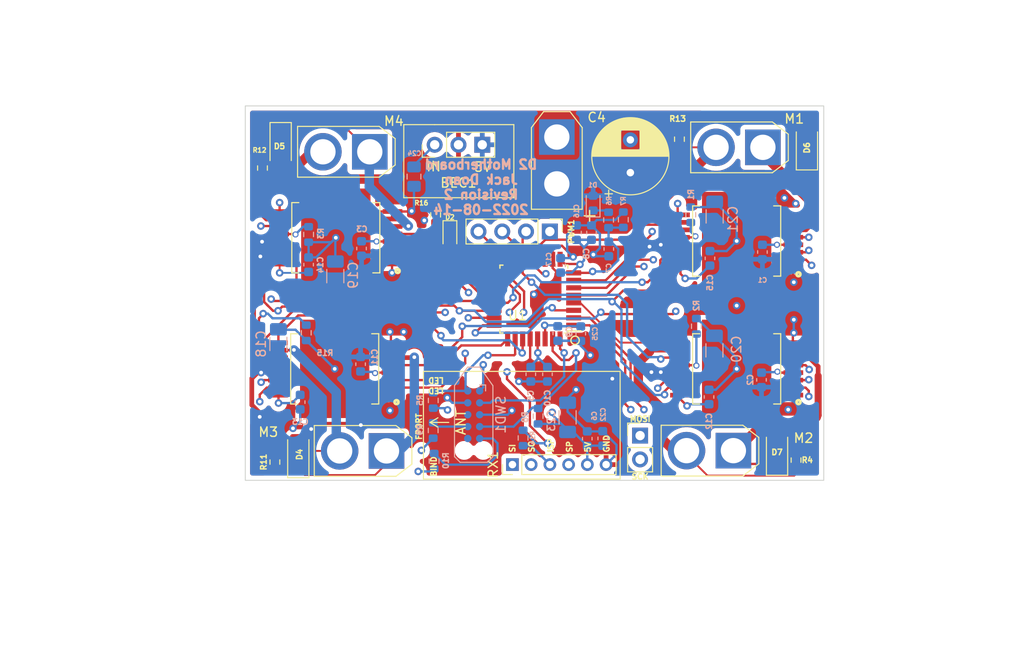
<source format=kicad_pcb>
(kicad_pcb (version 20211014) (generator pcbnew)
  (layers (0 "F.Cu" power) (1 "In1.Cu" signal) (2 "In2.Cu" signal) (31 "B.Cu" signal) (34 "B.Paste" user) (35 "F.Paste" user) (36 "B.SilkS" user "B.Silkscreen") (37 "F.SilkS" user "F.Silkscreen") (38 "B.Mask" user) (39 "F.Mask" user) (44 "Edge.Cuts" user))
  (net 0 "")
  (net 1 "5V")
  (net 2 "BATT")
  (net 3 "GND")
  (net 4 "FTDI_RXI")
  (net 5 "FTDI_TXO")
  (net 6 "EN4")
  (net 7 "SWDIO")
  (net 8 "RX_FPORT_RX_SERCOM0")
  (net 9 "EN3")
  (net 10 "OUT1_P")
  (net 11 "OUT1_N")
  (net 12 "OUT2_P")
  (net 13 "OUT2_N")
  (net 14 "OUT3_P")
  (net 15 "OUT3_N")
  (net 16 "OUT4_P")
  (net 17 "OUT4_N")
  (net 18 "DIR1")
  (net 19 "DIR2")
  (net 20 "DIR3")
  (net 21 "DIR4")
  (net 22 "EN1")
  (net 23 "EN2")
  (net 24 "V_BATT_SENSE")
  (net 25 "PWM1")
  (net 26 "PWM3")
  (net 27 "PWM4")
  (net 28 "CS4")
  (net 29 "MOSI")
  (net 30 "SCK")
  (net 31 "CS1")
  (net 32 "MISO")
  (net 33 "CS3")
  (net 34 "CS2")
  (net 35 "SWCLK")
  (net 36 "PWM2")
  (net 37 "RESET")
  (net 38 "Net-(D1-Pad1)")
  (net 39 "Net-(D4-Pad2)")
  (net 40 "Net-(D5-Pad2)")
  (net 41 "Net-(D6-Pad2)")
  (net 42 "Net-(D7-Pad2)")
  (net 46 "FTDI_TXO_CONN")
  (net 47 "FTDI_RXI_CONN")
  (net 48 "Net-(R14-Pad2)")
  (net 49 "/Channel1/ChargePump")
  (net 50 "/Channel2/ChargePump")
  (net 51 "/Channel4/ChargePump")
  (net 52 "/Channel3/ChargePump")
  (net 53 "/Channel1/RefCurrent")
  (net 54 "/Channel2/RefCurrent")
  (net 55 "/Channel4/RefCurrent")
  (net 56 "/Channel3/RefCurrent")
  (net 57 "/VCORE")
  (net 58 "Net-(D2-Pad1)")
  (footprint "Connector_AMASS:AMASS_XT30U-F_1x02_P5.0mm_Vertical" (layer "F.Cu") (at 122.516 89.21 180)
    (fp_text reference "M3")
    (fp_text value "Screw_Terminal_01x02")
  )
  (footprint "PowerSO-16:IC_VND5T016ASPTR-E_wider_pads_scooted_0.05" (layer "F.Cu") (at 117.106 66.45 180)
    (fp_text reference "U5" hide)
    (fp_text value "L9958")
  )
  (footprint "Resistor_SMD:R_0603_1608Metric" (layer "F.Cu") (at 110.6 90.4 -90)
    (fp_text reference "R11")
    (fp_text value "1.6k 1%")
  )
  (footprint "Resistor_SMD:R_0603_1608Metric" (layer "F.Cu") (at 166.24 90.19 -90)
    (fp_text reference "R4")
    (fp_text value "1.6k 1%")
  )
  (footprint "Resistor_SMD:R_0603_1608Metric" (layer "F.Cu") (at 153.79 55.93 -90)
    (fp_text reference "R13")
    (fp_text value "1.6k 1%")
  )
  (footprint "Resistor_SMD:R_0603_1608Metric" (layer "F.Cu") (at 109.276 59.01 -90)
    (fp_text reference "R12")
    (fp_text value "1.6k 1%")
  )
  (footprint "Connector_PinHeader_2.00mm:PinHeader_1x06_P2.00mm_Vertical" (layer "F.Cu") (at 135.96 90.67 90)
    (fp_text reference "RX1")
    (fp_text value "RX")
  )
  (footprint "Connector_AMASS:AMASS_XT30U-F_1x02_P5.0mm_Vertical" (layer "F.Cu") (at 159.55 89.18 180)
    (fp_text reference "M2")
    (fp_text value "Screw_Terminal_01x02" hide)
  )
  (footprint "LED_SMD:LED_1206_3216Metric_Pad1.42x1.75mm_HandSolder" (layer "F.Cu") (at 164.21 89.35 90)
    (fp_text reference "D7")
    (fp_text value "LED_Dual_Bidirectional")
  )
  (footprint "LED_SMD:LED_0603_1608Metric_Pad1.05x0.95mm_HandSolder" (layer "F.Cu") (at 129.286 66.294 -90)
    (fp_text reference "D2")
    (fp_text value "LED")
  )
  (footprint "Connector_PinHeader_2.54mm:PinHeader_1x03_P2.54mm_Vertical" (layer "F.Cu") (at 127.66 56.525 90)
    (fp_text reference "BEC1")
    (fp_text value "BEC")
  )
  (footprint "Resistor_SMD:R_0603_1608Metric" (layer "F.Cu") (at 127.762 64.008 -90)
    (fp_text reference "R16")
    (fp_text value "330")
  )
  (footprint "PowerSO-16:IC_VND5T016ASPTR-E_wider_pads_scooted_0.05" (layer "F.Cu") (at 116.986 80.45 180)
    (fp_text reference "U4" hide)
    (fp_text value "L9958")
  )
  (footprint "LED_SMD:LED_1206_3216Metric_Pad1.42x1.75mm_HandSolder" (layer "F.Cu") (at 167.4 56.75 90)
    (fp_text reference "D6")
    (fp_text value "LED_Dual_Bidirectional")
  )
  (footprint "Package_QFP:TQFP-32_7x7mm_P0.8mm" (layer "F.Cu") (at 138.25 73 180)
    (fp_text reference "U1")
    (fp_text value "PIC32CM6408MC00032-I/PT" hide)
  )
  (footprint "Connector_AMASS:AMASS_XT30U-M_1x02_P5.0mm_Vertical" (layer "F.Cu") (at 140.7 55.7 -90)
    (fp_text reference "BATT1" hide)
    (fp_text value "Screw_Terminal_01x02" hide)
  )
  (footprint "Connector_PinHeader_2.54mm:PinHeader_1x02_P2.54mm_Vertical" (layer "F.Cu") (at 149.59 87.575)
    (fp_text reference "J2" hide)
    (fp_text value "Conn_01x02_Male")
  )
  (footprint "LED_SMD:LED_1206_3216Metric_Pad1.42x1.75mm_HandSolder" (layer "F.Cu") (at 113.1 89.6125 90)
    (fp_text reference "D4")
    (fp_text value "LED_Dual_Bidirectional")
  )
  (footprint "Connector_AMASS:AMASS_XT30U-F_1x02_P5.0mm_Vertical" (layer "F.Cu") (at 162.7 56.8 180)
    (fp_text reference "M1")
    (fp_text value "Screw_Terminal_01x02" hide)
  )
  (footprint "Connector_AMASS:AMASS_XT30U-F_1x02_P5.0mm_Vertical" (layer "F.Cu") (at 120.731 57.275 180)
    (fp_text reference "M4")
    (fp_text value "Screw_Terminal_01x02")
  )
  (footprint "Connector_PinHeader_2.54mm:PinHeader_1x04_P2.54mm_Vertical" (layer "F.Cu") (at 139.954 65.786 -90)
    (fp_text reference "J4" hide)
    (fp_text value "Conn_01x04_Male")
  )
  (footprint "LED_SMD:LED_1206_3216Metric_Pad1.42x1.75mm_HandSolder" (layer "F.Cu") (at 111.216 56.6125 -90)
    (fp_text reference "D5")
    (fp_text value "LED_Dual_Bidirectional")
  )
  (footprint "PowerSO-16:IC_VND5T016ASPTR-E_wider_pads_scooted_0.05" (layer "F.Cu") (at 159.9 80.45 180)
    (fp_text reference "U3" hide)
    (fp_text value "L9958")
  )
  (footprint "Capacitor_THT:CP_Radial_D8.0mm_P3.50mm" (layer "F.Cu") (at 148.55 59.5 90)
    (fp_text reference "C4")
    (fp_text value "220uF")
  )
  (footprint "PowerSO-16:IC_VND5T016ASPTR-E_wider_pads_scooted_0.05" (layer "F.Cu") (at 159.9 66.8 180)
    (fp_text reference "U2" hide)
    (fp_text value "L9958")
  )
  (footprint "Resistor_SMD:R_0603_1608Metric" (layer "B.Cu") (at 127.5 87.025 90)
    (fp_text reference "R9")
    (fp_text value "10k")
  )
  (footprint "Capacitor_SMD:C_1206_3216Metric_Pad1.33x1.80mm_HandSolder" (layer "B.Cu") (at 157.525 78.475 -90)
    (fp_text reference "C20")
    (fp_text value "10uF")
  )
  (footprint "Capacitor_SMD:C_0603_1608Metric" (layer "B.Cu") (at 162.55 81.625 -90)
    (fp_text reference "C2")
    (fp_text value "0.1uF")
  )
  (footprint "Resistor_SMD:R_0603_1608Metric" (layer "B.Cu") (at 155.6 75.9 90)
    (fp_text reference "R2")
    (fp_text value "10k 1%")
  )
  (footprint "Resistor_SMD:R_0603_1608Metric" (layer "B.Cu") (at 146.225 64.55 -90)
    (fp_text reference "R6")
    (fp_text value "10k 1%" hide)
  )
  (footprint "Resistor_SMD:R_0603_1608Metric" (layer "B.Cu") (at 138.7 85.5 90)
    (fp_text reference "R8")
    (fp_text value "1k 1%")
  )
  (footprint "Resistor_SMD:R_0603_1608Metric" (layer "B.Cu") (at 127.508 83.82 -90)
    (fp_text reference "R5")
    (fp_text value "10k 1%")
  )
  (footprint "Capacitor_SMD:C_0603_1608Metric" (layer "B.Cu") (at 146.25 67.65 -90)
    (fp_text reference "C7")
    (fp_text value "0.1uF")
  )
  (footprint "Resistor_SMD:R_0603_1608Metric" (layer "B.Cu") (at 155 64 90)
    (fp_text reference "R1")
    (fp_text value "10k 1%")
  )
  (footprint "Capacitor_SMD:C_0603_1608Metric" (layer "B.Cu") (at 144.4 65.9 90)
    (fp_text reference "C8")
    (fp_text value "0.1uF")
  )
  (footprint "Capacitor_SMD:C_0603_1608Metric" (layer "B.Cu") (at 114.2 69.325 90)
    (fp_text reference "C14")
    (fp_text value "0.1uF")
  )
  (footprint "Capacitor_SMD:C_1206_3216Metric_Pad1.33x1.80mm_HandSolder" (layer "B.Cu") (at 141.85 85.625 -90)
    (fp_text reference "C23")
    (fp_text value "10uF")
  )
  (footprint "Capacitor_SMD:C_0805_2012Metric_Pad1.18x1.45mm_HandSolder" (layer "B.Cu") (at 125.45 59.925 -90)
    (fp_text reference "C24")
    (fp_text value "22uF")
  )
  (footprint "Capacitor_SMD:C_0603_1608Metric" (layer "B.Cu") (at 162.65 67.975 -90)
    (fp_text reference "C1")
    (fp_text value "0.1uF")
  )
  (footprint "Capacitor_SMD:C_0603_1608Metric" (layer "B.Cu") (at 139.7 81.026 -90)
    (fp_text reference "C10")
    (fp_text value "1.0uF")
  )
  (footprint "Resistor_SMD:R_0603_1608Metric" (layer "B.Cu") (at 114.2 66.1 -90)
    (fp_text reference "R3")
    (fp_text value "10k 1%")
  )
  (footprint "Capacitor_SMD:C_0603_1608Metric" (layer "B.Cu") (at 143.256 76.695 -90)
    (fp_text reference "C25")
    (fp_text value "1uF")
  )
  (footprint "Capacitor_SMD:C_0603_1608Metric" (layer "B.Cu") (at 143.95 87.9 -90)
    (fp_text reference "C6")
    (fp_text value "0.1uF")
  )
  (footprint "Capacitor_SMD:C_0603_1608Metric" (layer "B.Cu") (at 140.8 76.675 -90)
    (fp_text reference "C9")
    (fp_text value "1uF")
  )
  (footprint "Capacitor_SMD:C_0603_1608Metric" (layer "B.Cu") (at 119.85 67.6 -90)
    (fp_text reference "C3")
    (fp_text value "0.1uF")
  )
  (footprint "Capacitor_SMD:C_1206_3216Metric_Pad1.33x1.80mm_HandSolder" (layer "B.Cu") (at 110.975 77.7875 -90)
    (fp_text reference "C18")
    (fp_text value "10uF")
  )
  (footprint "Capacitor_SMD:C_0603_1608Metric" (layer "B.Cu") (at 142.8 65.9 -90)
    (fp_text reference "C16")
    (fp_text value "1uF")
  )
  (footprint "Resistor_SMD:R_0603_1608Metric" (layer "B.Cu") (at 137.1 87.825 -90)
    (fp_text reference "R14")
    (fp_text value "?k 1%")
  )
  (footprint "Capacitor_SMD:C_0603_1608Metric" (layer "B.Cu") (at 141.1 69.4 -90)
    (fp_text reference "C17")
    (fp_text value "0.1uF")
  )
  (footprint "Capacitor_SMD:C_0603_1608Metric" (layer "B.Cu") (at 145.6 87.875 -90)
    (fp_text reference "C22")
    (fp_text value "1uF")
  )
  (footprint "Capacitor_SMD:C_0603_1608Metric" (layer "B.Cu") (at 137.922 81.026 -90)
    (fp_text reference "C5")
    (fp_text value "0.1uF")
  )
  (footprint "Capacitor_SMD:C_1206_3216Metric_Pad1.33x1.80mm_HandSolder" (layer "B.Cu") (at 157.55 64.175 -90)
    (fp_text reference "C21")
    (fp_text value "10uF")
  )
  (footprint "Capacitor_SMD:C_0603_1608Metric" (layer "B.Cu") (at 119.75 79.95 90)
    (fp_text reference "C11")
    (fp_text value "0.1uF")
  )
  (footprint "Capacitor_SMD:C_0603_1608Metric" (layer "B.Cu") (at 113.3 84 -90)
    (fp_text reference "C13")
    (fp_text value "0.1uF")
  )
  (footprint "Capacitor_SMD:C_1206_3216Metric_Pad1.33x1.80mm_HandSolder" (layer "B.Cu") (at 117.05 70.55 -90)
    (fp_text reference "C19")
    (fp_text value "10uF")
  )
  (footprint "Capacitor_SMD:C_0603_1608Metric" (layer "B.Cu") (at 156.95 83.45 90)
    (fp_text reference "C12")
    (fp_text value "0.1uF")
  )
  (footprint "Resistor_SMD:R_0603_1608Metric" (layer "B.Cu") (at 127.6 90.3 90)
    (fp_text reference "R10")
    (fp_text value "10k")
  )
  (footprint "Diode_SMD:D_0603_1608Metric" (layer "B.Cu") (at 144.575 62.75 90)
    (fp_text reference "D1")
    (fp_text value "D")
  )
  (footprint "Resistor_SMD:R_0603_1608Metric" (layer "B.Cu") (at 147.8 64.525 90)
    (fp_text reference "R7")
    (fp_text value "10k 1%" hide)
  )
  (footprint "Capacitor_SMD:C_0603_1608Metric" (layer "B.Cu") (at 157.05 68.65 90)
    (fp_text reference "C15")
    (fp_text value "0.1uF")
  )
  (footprint "Connector:Tag-Connect_TC2050-IDC-NL_2x05_P1.27mm_Vertical" (layer "B.Cu") (at 131.826 85.344 -90)
    (fp_text reference "SWD1")
    (fp_text value "Connector:Tag-Connect_TC2050-IDC-NL_2x05_P1.27mm_Vertical")
  )
  (footprint "Resistor_SMD:R_0603_1608Metric" (layer "B.Cu") (at 113.95 76.6 -90)
    (fp_text reference "R15")
    (fp_text value "10k 1%")
  )
  (gr_circle (center 142.647213 77.4) (end 142.247213 77.6) (layer "F.SilkS") (width 0.15) (fill none))
  (gr_rect (start 107.442 52.375) (end 169.196 92.35) (layer "Edge.Cuts") (width 0.1) (fill none))
  (gr_text "D2 Motherboard\nJack Doan\nRevision 2\n2022-08-14" (at 132.6 61.05) (layer "B.SilkS") (effects (font (size 1 1) (thickness 0.25)) (justify mirror)))
  (gr_text "MOSI" (at 149.6 85.8) (layer "F.SilkS") (effects (font (size 0.6 0.6))))
  (gr_text "SCK" (at 149.59 91.95) (layer "F.SilkS") (effects (font (size 0.6 0.6))))
  (gr_text "5V" (at 132.775 58.9) (layer "F.SilkS") (effects (font (size 1 1))))
  (gr_text "IN" (at 127.55 58.85) (layer "F.SilkS") (effects (font (size 1 1))))
  (gr_text "PWM1" (at 142.24 65.786 90) (layer "F.SilkS") (effects (font (size 0.6 0.6))))
  (gr_text "FPORT" (at 125.984 86.614 90) (layer "F.SilkS") (effects (font (size 0.6 0.6))))
  (segment (start 139.45 77.25) (end 139.45 75.85) (width 0.25) (layer "F.Cu") (net 1))
  (segment (start 153.9 83.25) (end 153.9 83.7) (width 0.25) (layer "F.Cu") (net 1))
  (segment (start 141.55 69.25) (end 143.12 69.25) (width 0.25) (layer "F.Cu") (net 1))
  (segment (start 153.9 83.7) (end 154.6 84.4) (width 0.25) (layer "F.Cu") (net 1))
  (segment (start 143.12 69.25) (end 143.17 69.3) (width 0.25) (layer "F.Cu") (net 1))
  (segment (start 139.45 75.85) (end 139.4 75.8) (width 0.25) (layer "F.Cu") (net 1))
  (segment (start 111.106 69.25) (end 111.106 70.2) (width 0.2) (layer "F.Cu") (net 1))
  (segment (start 141.05 68.75) (end 141.55 69.25) (width 0.25) (layer "F.Cu") (net 1))
  (segment (start 153.9 69.6) (end 153.9 70.3) (width 0.25) (layer "F.Cu") (net 1))
  (segment (start 153.9 70.3) (end 154.4 70.8) (width 0.25) (layer "F.Cu") (net 1))
  (segment (start 110.986 83.25) (end 110.986 84.1005) (width 0.25) (layer "F.Cu") (net 1))
  (via (at 132.842 80.01) (size 0.8) (drill 0.4) (layers "F.Cu" "B.Cu") (net 1))
  (via (at 129.032 84.836) (size 0.8) (drill 0.4) (layers "F.Cu" "B.Cu") (net 1))
  (via (at 154.6 84.4) (size 0.8) (drill 0.4) (layers "F.Cu" "B.Cu") (net 1))
  (via (at 140.208 85.09) (size 0.8) (drill 0.4) (layers "F.Cu" "B.Cu") (net 1))
  (via (at 111.106 70.2) (size 0.8) (drill 0.4) (layers "F.Cu" "B.Cu") (net 1))
  (via (at 154.4 70.8) (size 0.8) (drill 0.4) (layers "F.Cu" "B.Cu") (net 1))
  (via (at 139.4 75.8) (size 0.8) (drill 0.4) (layers "F.Cu" "B.Cu") (net 1))
  (via (at 143.17 69.3) (size 0.8) (drill 0.4) (layers "F.Cu" "B.Cu") (net 1))
  (via (at 110.986 84.1005) (size 0.8) (drill 0.4) (layers "F.Cu" "B.Cu") (net 1))
  (segment (start 132.461 82.804) (end 132.842 82.423) (width 0.25) (layer "B.Cu") (net 1))
  (segment (start 140.8 75.9) (end 143.236 75.9) (width 0.25) (layer "B.Cu") (net 1))
  (segment (start 142.8 66.675) (end 144.4 66.675) (width 0.25) (layer "B.Cu") (net 1))
  (segment (start 128.841 84.645) (end 129.032 84.836) (width 0.25) (layer "B.Cu") (net 1))
  (segment (start 111.106 70.2) (end 114.1 70.2) (width 0.2) (layer "B.Cu") (net 1))
  (segment (start 156.95 84.225) (end 154.775 84.225) (width 0.25) (layer "B.Cu") (net 1))
  (segment (start 139.4 75.8) (end 140.7 75.8) (width 0.25) (layer "B.Cu") (net 1))
  (segment (start 110.986 84.1005) (end 112.4245 84.1005) (width 0.25) (layer "B.Cu") (net 1))
  (segment (start 112.4245 84.1005) (end 113.3 83.225) (width 0.25) (layer "B.Cu") (net 1))
  (segment (start 140.208 85.344) (end 140.208 85.09) (width 0.25) (layer "B.Cu") (net 1))
  (segment (start 142.295 70.175) (end 143.17 69.3) (width 0.25) (layer "B.Cu") (net 1))
  (segment (start 155.625 70.8) (end 156.925 69.5) (width 0.25) (layer "B.Cu") (net 1))
  (segment (start 145.6 88.65) (end 143.975 88.65) (width 0.25) (layer "B.Cu") (net 1))
  (segment (start 142.4625 87.1875) (end 143.95 88.675) (width 0.25) (layer "B.Cu") (net 1))
  (segment (start 143.95 88.675) (end 143.95 90.66) (width 0.25) (layer "B.Cu") (net 1))
  (segment (start 144.4 66.675) (end 143.6 67.475) (width 0.25) (layer "B.Cu") (net 1))
  (segment (start 141.85 86.986) (end 140.208 85.344) (width 0.25) (layer "B.Cu") (net 1))
  (segment (start 143.6 68.87) (end 143.6 67.475) (width 0.25) (layer "B.Cu") (net 1))
  (segment (start 132.842 82.423) (end 132.842 80.01) (width 0.25) (layer "B.Cu") (net 1))
  (segment (start 138.7 86.325) (end 141.189 86.325) (width 0.25) (layer "B.Cu") (net 1))
  (segment (start 143.6 67.475) (end 142.8 66.675) (width 0.25) (layer "B.Cu") (net 1))
  (segment (start 143.17 69.3) (end 143.6 68.87) (width 0.25) (layer "B.Cu") (net 1))
  (segment (start 154.775 84.225) (end 154.6 84.4) (width 0.25) (layer "B.Cu") (net 1))
  (segment (start 127.508 84.645) (end 128.841 84.645) (width 0.25) (layer "B.Cu") (net 1))
  (segment (start 141.189 86.325) (end 141.85 86.986) (width 0.25) (layer "B.Cu") (net 1))
  (segment (start 141.1 70.175) (end 142.295 70.175) (width 0.25) (layer "B.Cu") (net 1))
  (segment (start 154.4 70.8) (end 155.625 70.8) (width 0.25) (layer "B.Cu") (net 1))
  (segment (start 125.45 58.735) (end 127.66 56.525) (width 0.25) (layer "B.Cu") (net 1))
  (segment (start 153.9 80.85) (end 150.85 80.85) (width 0.5) (layer "F.Cu") (net 2))
  (segment (start 114.475 86.875) (end 115.055 86.875) (width 0.5) (layer "F.Cu") (net 2))
  (segment (start 153.9 67.2) (end 151.8 67.2) (width 0.5) (layer "F.Cu") (net 2))
  (segment (start 108.525 69.031) (end 108.525 73.15) (width 0.5) (layer "F.Cu") (net 2))
  (segment (start 109.131 80.85) (end 108.755767 80.85) (width 0.5) (layer "F.Cu") (net 2))
  (segment (start 115.57 86.36) (end 119.685 86.36) (width 0.5) (layer "F.Cu") (net 2))
  (segment (start 109.231 66.875) (end 111.081 66.875) (width 0.5) (layer "F.Cu") (net 2))
  (segment (start 109.231 68.325) (end 108.525 69.031) (width 0.5) (layer "F.Cu") (net 2))
  (segment (start 151.8 80.8) (end 151.6 80.8) (width 0.5) (layer "F.Cu") (net 2))
  (segment (start 150.8 80.8) (end 151.8 80.8) (width 0.25) (layer "F.Cu") (net 2))
  (segment (start 108.755767 80.85) (end 108.136 81.469767) (width 0.5) (layer "F.Cu") (net 2))
  (segment (start 119.685 86.36) (end 119.775 86.45) (width 0.5) (layer "F.Cu") (net 2))
  (segment (start 108.525 73.15) (end 108.325 73.35) (width 0.5) (layer "F.Cu") (net 2))
  (segment (start 115.055 86.875) (end 115.57 86.36) (width 0.5) (layer "F.Cu") (net 2))
  (segment (start 109.231 66.875) (end 109.231 68.325) (width 0.5) (layer "F.Cu") (net 2))
  (segment (start 153.9 80.85) (end 151.85 80.85) (width 0.5) (layer "F.Cu") (net 2))
  (segment (start 108.981 85.147082) (end 108.981 85.575) (width 0.5) (layer "F.Cu") (net 2))
  (segment (start 109.131 80.85) (end 108.781 80.85) (width 0.5) (layer "F.Cu") (net 2))
  (segment (start 150.85 80.85) (end 150.8 80.8) (width 0.5) (layer "F.Cu") (net 2))
  (segment (start 151.8 67.2) (end 150.8 67.2) (width 0.5) (layer "F.Cu") (net 2))
  (segment (start 108.325 80.044) (end 109.131 80.85) (width 0.5) (layer "F.Cu") (net 2))
  (segment (start 109.131 80.85) (end 110.926 80.85) (width 0.4) (layer "F.Cu") (net 2))
  (segment (start 108.325 73.35) (end 108.325 80.044) (width 0.5) (layer "F.Cu") (net 2))
  (segment (start 151.85 80.85) (end 151.8 80.8) (width 0.5) (layer "F.Cu") (net 2))
  (segment (start 108.136 84.302082) (end 108.981 85.147082) (width 0.5) (layer "F.Cu") (net 2))
  (segment (start 108.136 81.469767) (end 108.136 84.302082) (width 0.5) (layer "F.Cu") (net 2))
  (segment (start 150.8 67.2) (end 150.6 67.4) (width 0.5) (layer "F.Cu") (net 2))
  (via (at 114.475 86.875) (size 0.8) (drill 0.4) (layers "F.Cu" "B.Cu") (net 2))
  (via (at 109.05 68.45) (size 0.8) (drill 0.4) (layers "F.Cu" "B.Cu") (net 2))
  (via (at 146.625 81.5) (size 0.8) (drill 0.4) (layers "F.Cu" "B.Cu") (net 2))
  (via (at 150.6 67.4) (size 0.8) (drill 0.4) (layers "F.Cu" "B.Cu") (net 2))
  (via (at 151.8 67.2) (size 0.8) (drill 0.4) (layers "F.Cu" "B.Cu") (net 2))
  (via (at 108.981 85.575) (size 0.8) (drill 0.4) (layers "F.Cu" "B.Cu") (net 2))
  (via (at 151.8 80.8) (size 0.8) (drill 0.4) (layers "F.Cu" "B.Cu") (net 2))
  (via (at 109.131 80.85) (size 0.8) (drill 0.4) (layers "F.Cu" "B.Cu") (net 2))
  (via (at 119.775 86.45) (size 0.8) (drill 0.4) (layers "F.Cu" "B.Cu") (net 2))
  (via (at 109.231 66.875) (size 0.8) (drill 0.4) (layers "F.Cu" "B.Cu") (net 2))
  (via (at 150.8 80.8) (size 0.8) (drill 0.4) (layers "F.Cu" "B.Cu") (net 2))
  (segment (start 156.6375 80.925) (end 151.925 80.925) (width 0.25) (layer "B.Cu") (net 2))
  (segment (start 151.8 67.2) (end 156 67.2) (width 0.5) (layer "B.Cu") (net 2))
  (segment (start 143.1 58.3) (end 147.35 58.3) (width 0.25) (layer "B.Cu") (net 2))
  (segment (start 109.156 70.106) (end 111.1625 72.1125) (width 0.5) (layer "B.Cu") (net 2))
  (segment (start 108.981 86.431) (end 110.55 88) (width 0.5) (layer "B.Cu") (net 2))
  (segment (start 151.925 80.925) (end 151.8 80.8) (width 0.25) (layer "B.Cu") (net 2))
  (segment (start 109.156 68.4) (end 109.156 70.106) (width 0.5) (layer "B.Cu") (net 2))
  (segment (start 111.1625 72.1125) (end 117.05 72.1125) (width 0.5) (layer "B.Cu") (net 2))
  (segment (start 108.981 85.575) (end 108.981 86.431) (width 0.5) (layer "B.Cu") (net 2))
  (segment (start 110.55 88) (end 113.35 88) (width 0.5) (layer "B.Cu") (net 2))
  (segment (start 147.35 58.3) (end 148.55 59.5) (width 0.25) (layer "B.Cu") (net 2))
  (segment (start 151.8 67.2) (end 151.8 62.75) (width 0.5) (layer "B.Cu") (net 2))
  (segment (start 157.525 80.0375) (end 156.6375 80.925) (width 0.25) (layer "B.Cu") (net 2))
  (segment (start 140.7 60.7) (end 143.1 58.3) (width 0.25) (layer "B.Cu") (net 2))
  (segment (start 113.35 88) (end 114.475 86.875) (width 0.5) (layer "B.Cu") (net 2))
  (segment (start 156 67.2) (end 157.4625 65.7375) (width 0.5) (layer "B.Cu") (net 2))
  (segment (start 151.8 62.75) (end 148.55 59.5) (width 0.5) (layer "B.Cu") (net 2))
  (segment (start 109.131 80.85) (end 110.631 79.35) (width 0.25) (layer "B.Cu") (net 2))
  (segment (start 109.231 66.875) (end 109.775 66.875) (width 0.5) (layer "B.Cu") (net 2))
  (segment (start 165.95 64.8) (end 161.9 64.8) (width 0.25) (layer "F.Cu") (net 3))
  (segment (start 125.206 63.6) (end 125.556 63.6) (width 0.25) (layer "F.Cu") (net 3))
  (segment (start 123.486 77.65) (end 123.486 78.45) (width 0.25) (layer "F.Cu") (net 3))
  (segment (start 137.85 76.325) (end 137.85 77.25) (width 0.25) (layer "F.Cu") (net 3))
  (segment (start 140.25 69.675) (end 140.82 70.245) (width 0.25) (layer "F.Cu") (net 3))
  (segment (start 165.9 64) (end 165.9 64.8) (width 0.25) (layer "F.Cu") (net 3))
  (segment (start 165.95 77.65) (end 162.7 77.65) (width 0.25) (layer "F.Cu") (net 3))
  (segment (start 165.9 77.65) (end 165.9 78.45) (width 0.25) (layer "F.Cu") (net 3))
  (segment (start 165.9 69.6) (end 165.9 71.1) (width 0.25) (layer "F.Cu") (net 3))
  (segment (start 137.85 77.25) (end 137.85 80.59) (width 0.25) (layer "F.Cu") (net 3))
  (segment (start 140.25 67.776) (end 140.716 67.31) (width 0.25) (layer "F.Cu") (net 3))
  (segment (start 165.9 83.25) (end 165.9 84.3) (width 0.25) (layer "F.Cu") (net 3))
  (segment (start 119.906 69.25) (end 123.106 69.25) (width 0.25) (layer "F.Cu") (net 3))
  (segment (start 165.9 84.3) (end 165.4 84.8) (width 0.25) (layer "F.Cu") (net 3))
  (segment (start 165.9 64) (end 162.7 64) (width 0.25) (layer "F.Cu") (net 3))
  (segment (start 138.8 75.375) (end 137.85 76.325) (width 0.25) (layer "F.Cu") (net 3))
  (segment (start 141.25 67.31) (end 142.44 68.5) (width 0.25) (layer "F.Cu") (net 3))
  (segment (start 138.8 73.2) (end 138.8 75.375) (width 0.25) (layer "F.Cu") (net 3))
  (segment (start 165.9 71.1) (end 166 71.2) (width 0.25) (layer "F.Cu") (net 3))
  (segment (start 125.556 63.6) (end 126.556 64.6) (width 0.25) (layer "F.Cu") (net 3))
  (segment (start 165.9 76.7) (end 166 76.6) (width 0.25) (layer "F.Cu") (net 3))
  (segment (start 122.986 83.25) (end 122.986 84.8) (width 0.25) (layer "F.Cu") (net 3))
  (segment (start 165.9 77.65) (end 165.9 76.7) (width 0.25) (layer "F.Cu") (net 3))
  (segment (start 140.716 67.31) (end 141.25 67.31) (width 0.25) (layer "F.Cu") (net 3))
  (segment (start 160.4 66.8) (end 165 62.2) (width 0.25) (layer "F.Cu") (net 3))
  (segment (start 140.82 71.18) (end 138.875 73.125) (width 0.25) (layer "F.Cu") (net 3))
  (segment (start 138.875 73.125) (end 138.25 72.5) (width 0.25) (layer "F.Cu") (net 3))
  (segment (start 123.486 77.65) (end 120.286 77.65) (width 0.25) (layer "F.Cu") (net 3))
  (segment (start 125.156 63.65) (end 125.206 63.6) (width 0.25) (layer "F.Cu") (net 3))
  (segment (start 140.25 68.75) (end 140.25 67.776) (width 0.25) (layer "F.Cu") (net 3))
  (segment (start 123.106 69.25) (end 123.106 70.2) (width 0.25) (layer "F.Cu") (net 3))
  (segment (start 122.986 84.8) (end 122.886 84.9) (width 0.25) (layer "F.Cu") (net 3))
  (segment (start 140.25 68.75) (end 140.25 69.675) (width 0.25) (layer "F.Cu") (net 3))
  (segment (start 140.82 70.245) (end 140.82 71.18) (width 0.25) (layer "F.Cu") (net 3))
  (segment (start 122.886 76.5) (end 124.256 76.5) (width 0.25) (layer "F.Cu") (net 3))
  (segment (start 123.486 83.25) (end 120.286 83.25) (width 0.25) (layer "F.Cu") (net 3))
  (segment (start 112.531 84.905) (end 116.986 80.45) (width 0.25) (layer "F.Cu") (net 3))
  (segment (start 165.95 69.6) (end 162.7 69.6) (width 0.25) (layer "F.Cu") (net 3))
  (segment (start 122.986 76.6) (end 122.886 76.5) (width 0.25) (layer "F.Cu") (net 3))
  (segment (start 123.036 78.45) (end 118.986 78.45) (width 0.25) (layer "F.Cu") (net 3))
  (segment (start 137.85 80.59) (end 136.652 81.788) (width 0.25) (layer "F.Cu") (net 3))
  (segment (start 138.875 73.125) (end 138.8 73.2) (width 0.25) (layer "F.Cu") (net 3))
  (segment (start 165.6 62.2) (end 166.2 62.8) (width 0.25) (layer "F.Cu") (net 3))
  (segment (start 123.106 63.65) (end 125.156 63.65) (width 0.25) (layer "F.Cu") (net 3))
  (segment (start 165.9 83.25) (end 162.7 83.25) (width 0.25) (layer "F.Cu") (net 3))
  (segment (start 165.95 78.45) (end 161.9 78.45) (width 0.25) (layer "F.Cu") (net 3))
  (segment (start 112.531 86.8) (end 112.531 84.905) (width 0.25) (layer "F.Cu") (net 3))
  (segment (start 120.936 76.5) (end 116.986 80.45) (width 0.25) (layer "F.Cu") (net 3))
  (segment (start 122.886 76.5) (end 120.936 76.5) (width 0.25) (layer "F.Cu") (net 3))
  (segment (start 122.986 77.65) (end 122.986 76.6) (width 0.25) (layer "F.Cu") (net 3))
  (segment (start 123.106 63.65) (end 123.106 64.45) (width 0.25) (layer "F.Cu") (net 3))
  (segment (start 123.106 64.45) (end 119.106 64.45) (width 0.25) (layer "F.Cu") (net 3))
  (segment (start 123.156 63.65) (end 119.906 63.65) (width 0.25) (layer "F.Cu") (net 3))
  (segment (start 165 62.2) (end 165.6 62.2) (width 0.25) (layer "F.Cu") (net 3))
  (via (at 129 83.5285) (size 0.8) (drill 0.4) (layers "F.Cu" "B.Cu") (net 3))
  (via (at 136.652 81.788) (size 0.8) (drill 0.4) (layers "F.Cu" "B.Cu") (net 3))
  (via (at 159.9 73.7) (size 0.8) (drill 0.4) (layers "F.Cu" "B.Cu") (net 3))
  (via (at 165.4 84.8) (size 0.8) (drill 0.4) (layers "F.Cu" "B.Cu") (net 3))
  (via (at 166 71.2) (size 0.8) (drill 0.4) (layers "F.Cu" "B.Cu") (net 3))
  (via (at 166 75.2) (size 0.8) (drill 0.4) (layers "F.Cu" "B.Cu") (net 3))
  (via (at 142.75 82.675) (size 0.8) (drill 0.4) (layers "F.Cu" "B.Cu") (net 3))
  (via (at 124.35 76.5) (size 0.8) (drill 0.4) (layers "F.Cu" "B.Cu") (net 3))
  (via (at 165 62.2) (size 0.8) (drill 0.4) (layers "F.Cu" "B.Cu") (net 3))
  (via (at 144.272 78.994) (size 0.8) (drill 0.4) (layers "F.Cu" "B.Cu") (net 3))
  (via (at 116.986 80.45) (size 0.8) (drill 0.4) (layers "F.Cu" "B.Cu") (net 3))
  (via (at 117.106 66.45) (size 0.8) (drill 0.4) (layers "F.Cu" "B.Cu") (net 3))
  (via (at 123.106 70.2) (size 0.8) (drill 0.4) (layers "F.Cu" "B.Cu") (net 3))
  (via (at 122.886 84.9) (size 0.8) (drill 0.4) (layers "F.Cu" "B.Cu") (net 3))
  (via (at 142.44 68.5) (size 0.8) (drill 0.4) (layers "F.Cu" "B.Cu") (net 3))
  (via (at 112.531 86.8) (size 0.8) (drill 0.4) (layers "F.Cu" "B.Cu") (net 3))
  (via (at 159.9 80.45) (size 0.8) (drill 0.4) (layers "F.Cu" "B.Cu") (net 3))
  (via (at 159.9 66.8) (size 0.8) (drill 0.4) (layers "F.Cu" "B.Cu") (net 3))
  (via (at 138.25 72.5) (size 0.8) (drill 0.4) (layers "F.Cu" "B.Cu") (net 3))
  (via (at 126.556 64.6) (size 0.8) (drill 0.4) (layers "F.Cu" "B.Cu") (net 3))
  (via (at 135.9 84.9) (size 0.8) (drill 0.4) (layers "F.Cu" "B.Cu") (net 3))
  (via (at 166.2 62.8) (size 0.8) (drill 0.4) (layers "F.Cu" "B.Cu") (net 3))
  (via (at 122.886 76.5) (size 0.8) (drill 0.4) (layers "F.Cu" "B.Cu") (net 3))
  (via (at 144.6 68.25) (size 0.8) (drill 0.4) (layers "F.Cu" "B.Cu") (net 3))
  (via (at 125.206 63.6) (size 0.8) (drill 0.4) (layers "F.Cu" "B.Cu") (net 3))
  (via (at 166 76.6) (size 0.8) (drill 0.4) (layers "F.Cu" "B.Cu") (net 3))
  (segment (start 157.55 62.6125) (end 159.9 64.9625) (width 0.25) (layer "B.Cu") (net 3))
  (segment (start 157.675 82.675) (end 159.9 80.45) (width 0.25) (layer "B.Cu") (net 3))
  (segment (start 141.1 68.625) (end 142.315 68.625) (width 0.25) (layer "B.Cu") (net 3))
  (segment (start 146.95 64.55) (end 144.975 64.55) (width 0.25) (layer "B.Cu") (net 3))
  (segment (start 141.8 67.86) (end 141.8 66.125) (width 0.25) (layer "B.Cu") (net 3))
  (segment (start 115.006 68.55) (end 117.106 66.45) (width 0.25) (layer "B.Cu") (net 3))
  (segment (start 140.8 77.45) (end 142.728 77.45) (width 0.25) (layer "B.Cu") (net 3))
  (segment (start 147.066 88.566) (end 147.066 89.564) (width 0.25) (layer "B.Cu") (net 3))
  (segment (start 142.315 68.625) (end 142.44 68.5) (width 0.25) (layer "B.Cu") (net 3))
  (segment (start 114.2 68.55) (end 115.006 68.55) (width 0.25) (layer "B.Cu") (net 3))
  (segment (start 141.85 84.0625) (end 141.85 85.025) (width 0.25) (layer "B.Cu") (net 3))
  (segment (start 141.85 85.025) (end 143.95 87.125) (width 0.25) (layer "B.Cu") (net 3))
  (segment (start 143.95 87.125) (end 145.575 87.125) (width 0.25) (layer "B.Cu") (net 3))
  (segment (start 144.4 65.125) (end 145.3 66.025) (width 0.25) (layer "B.Cu") (net 3))
  (segment (start 155.6875 75.075) (end 157.525 76.9125) (width 0.25) (layer "B.Cu") (net 3))
  (segment (start 147.066 89.564) (end 145.96 90.67) (width 0.25) (layer "B.Cu") (net 3))
  (segment (start 125.45 60.9625) (end 125.45 63.356) (width 0.25) (layer "B.Cu") (net 3))
  (segment (start 143.256 77.47) (end 143.256 77.978) (width 0.25) (layer "B.Cu") (net 3))
  (segment (start 132.461 85.344) (end 135.456 85.344) (width 0.25) (layer "B.Cu") (net 3))
  (segment (start 143.256 77.978) (end 144.272 78.994) (width 0.25) (layer "B.Cu") (net 3))
  (segment (start 140.8 77.45) (end 143.236 77.45) (width 0.25) (layer "B.Cu") (net 3))
  (segment (start 135.456 85.344) (end 135.9 84.9) (width 0.25) (layer "B.Cu") (net 3))
  (segment (start 145.6 87.1) (end 147.066 88.566) (width 0.25) (layer "B.Cu") (net 3))
  (segment (start 114.2 68.55) (end 114.2 66.925) (width 0.25) (layer "B.Cu") (net 3))
  (segment (start 117.05 66.506) (end 117.106 66.45) (width 0.25) (layer "B.Cu") (net 3))
  (segment (start 113.961 77.425) (end 116.986 80.45) (width 0.25) (layer "B.Cu") (net 3))
  (segment (start 142.44 68.5) (end 141.8 67.86) (width 0.25) (layer "B.Cu") (net 3))
  (segment (start 142.8 65.125) (end 144.4 65.125) (width 0.25) (layer "B.Cu") (net 3))
  (segment (start 166 76.6) (end 166 75.2) (width 0.25) (layer "B.Cu") (net 3))
  (segment (start 112.8 76.275) (end 113.95 77.425) (width 0.25) (layer "B.Cu") (net 3))
  (segment (start 157.525 76.9125) (end 159.9 79.2875) (width 0.25) (layer "B.Cu") (net 3))
  (segment (start 137.922 81.801) (end 139.7 81.801) (width 0.25) (layer "B.Cu") (net 3))
  (segment (start 144.775 68.425) (end 144.6 68.25) (width 0.25) (layer "B.Cu") (net 3))
  (segment (start 156.9875 63.175) (end 157.55 62.6125) (width 0.25) (layer "B.Cu") (net 3))
  (segment (start 158.825 67.875) (end 159.9 66.8) (width 0.25) (layer "B.Cu") (net 3))
  (segment (start 155 63.175) (end 156.9875 63.175) (width 0.25) (layer "B.Cu") (net 3))
  (segment (start 114.2 66.925) (end 116.631 66.925) (width 0.25) (layer "B.Cu") (net 3))
  (segment (start 159.9 79.2875) (end 159.9 80.45) (width 0.25) (layer "B.Cu") (net 3))
  (segment (start 141.8 66.125) (end 142.8 65.125) (width 0.25) (layer "B.Cu") (net 3))
  (segment (start 156.95 82.675) (end 157.675 82.675) (width 0.25) (layer "B.Cu") (net 3))
  (segment (start 113.3 86.031) (end 112.531 86.8) (width 0.25) (layer "B.Cu") (net 3))
  (segment (start 147.8 63.7) (end 146.95 64.55) (width 0.25) (layer "B.Cu") (net 3))
  (segment (start 159.9 64.9625) (end 159.9 66.8) (width 0.25) (layer "B.Cu") (net 3))
  (segment (start 146.25 68.425) (end 144.775 68.425) (width 0.25) (layer "B.Cu") (net 3))
  (segment (start 111.025 76.275) (end 112.8 76.275) (width 0.25) (layer "B.Cu") (net 3))
  (segment (start 157.05 67.875) (end 158.825 67.875) (width 0.25) (layer "B.Cu") (net 3))
  (segment (start 144.975 64.55) (end 144.4 65.125) (width 0.25) (layer "B.Cu") (net 3))
  (segment (start 141.85 83.575) (end 142.75 82.675) (width 0.25) (layer "B.Cu") (net 3))
  (segment (start 145.3 66.025) (end 145.3 67.55) (width 0.25) (layer "B.Cu") (net 3))
  (segment (start 145.3 67.55) (end 144.6 68.25) (width 0.25) (layer "B.Cu") (net 3))
  (segment (start 129.5455 84.074) (end 129 83.5285) (width 0.25) (layer "B.Cu") (net 3))
  (segment (start 116.631 66.925) (end 117.106 66.45) (width 0.25) (layer "B.Cu") (net 3))
  (segment (start 125.45 63.356) (end 125.206 63.6) (width 0.25) (layer "B.Cu") (net 3))
  (segment (start 131.191 84.074) (end 129.5455 84.074) (width 0.25) (layer "B.Cu") (net 3))
  (segment (start 136.652 81.788) (end 137.909 81.788) (width 0.25) (layer "B.Cu") (net 3))
  (segment (start 117.05 68.9875) (end 117.05 66.506) (width 0.25) (layer "B.Cu") (net 3))
  (segment (start 113.3 84.775) (end 113.3 86.031) (width 0.25) (layer "B.Cu") (net 3))
  (segment (start 134 70.2) (end 135.224 70.2) (width 0.25) (layer "F.Cu") (net 4))
  (segment (start 132.43 70.2) (end 134 70.2) (width 0.25) (layer "F.Cu") (net 4))
  (segment (start 129.399 67.169) (end 132.43 70.2) (width 0.25) (layer "F.Cu") (net 4))
  (segment (start 135.224 70.2) (end 137.205 72.181) (width 0.25) (layer "F.Cu") (net 4))
  (segment (start 137.205 74.377) (end 137.16 74.422) (width 0.25) (layer "F.Cu") (net 4))
  (segment (start 137.205 72.181) (end 137.205 74.377) (width 0.25) (layer "F.Cu") (net 4))
  (via (at 126.238 89.154) (size 0.8) (drill 0.4) (layers "F.Cu" "B.Cu") (net 4))
  (via (at 137.16 74.422) (size 0.8) (drill 0.4) (layers "F.Cu" "B.Cu") (net 4))
  (segment (start 126.238 89.112) (end 127.5 87.85) (width 0.25) (layer "B.Cu") (net 4))
  (segment (start 126.238 89.154) (end 126.238 89.112) (width 0.25) (layer "B.Cu") (net 4))
  (segment (start 136.755 73.303) (end 135.636 74.422) (width 0.25) (layer "F.Cu") (net 5))
  (segment (start 136.755 72.539695) (end 136.755 73.303) (width 0.25) (layer "F.Cu") (net 5))
  (segment (start 134 71) (end 135.215305 71) (width 0.25) (layer "F.Cu") (net 5))
  (segment (start 135.215305 71) (end 136.755 72.539695) (width 0.25) (layer "F.Cu") (net 5))
  (via (at 135.636 74.422) (size 0.8) (drill 0.4) (layers "F.Cu" "B.Cu") (net 5))
  (via (at 125.9 91.4) (size 0.8) (drill 0.4) (layers "F.Cu" "B.Cu") (net 5))
  (segment (start 127.325 91.4) (end 127.6 91.125) (width 0.25) (layer "B.Cu") (net 5))
  (segment (start 125.9 91.4) (end 127.325 91.4) (width 0.25) (layer "B.Cu") (net 5))
  (segment (start 111.106 62.7) (end 111.106 63.65) (width 0.25) (layer "F.Cu") (net 6))
  (segment (start 134 75) (end 131.5 75) (width 0.25) (layer "F.Cu") (net 6))
  (segment (start 131.5 75) (end 131.4 75.1) (width 0.25) (layer "F.Cu") (net 6))
  (via (at 131.25 75) (size 0.8) (drill 0.4) (layers "F.Cu" "B.Cu") (net 6))
  (via (at 111.106 62.7) (size 0.8) (drill 0.4) (layers "F.Cu" "B.Cu") (net 6))
  (segment (start 141.05 77.25) (end 141.05 78.312) (width 0.25) (layer "F.Cu") (net 7))
  (segment (start 141.05 78.312) (end 141.478 78.74) (width 0.25) (layer "F.Cu") (net 7))
  (via (at 141.478 78.74) (size 0.8) (drill 0.4) (layers "F.Cu" "B.Cu") (net 7))
  (segment (start 141.478 78.74) (end 141.478 81.275817) (width 0.25) (layer "B.Cu") (net 7))
  (segment (start 141.478 81.275817) (end 138.933817 83.82) (width 0.25) (layer "B.Cu") (net 7))
  (segment (start 133.604 84.074) (end 132.461 84.074) (width 0.25) (layer "B.Cu") (net 7))
  (segment (start 138.933817 83.82) (end 133.858 83.82) (width 0.25) (layer "B.Cu") (net 7))
  (segment (start 133.858 83.82) (end 133.604 84.074) (width 0.25) (layer "B.Cu") (net 7))
  (segment (start 138.65 68.75) (end 138.65 69.8) (width 0.25) (layer "F.Cu") (net 8))
  (segment (start 137.8265 86.5185) (end 139.7 88.392) (width 0.25) (layer "F.Cu") (net 8))
  (segment (start 135.382 80.772) (end 135.382 81.543305) (width 0.25) (layer "F.Cu") (net 8))
  (segment (start 138.65 68.75) (end 139.45 68.75) (width 0.25) (layer "F.Cu") (net 8))
  (segment (start 135.382 81.543305) (end 137.8265 83.987805) (width 0.25) (layer "F.Cu") (net 8))
  (segment (start 139.14 70.29) (end 139.53 70.29) (width 0.25) (layer "F.Cu") (net 8))
  (segment (start 138.65 69.8) (end 139.14 70.29) (width 0.25) (layer "F.Cu") (net 8))
  (segment (start 137.8265 83.987805) (end 137.8265 86.5185) (width 0.25) (layer "F.Cu") (net 8))
  (via (at 139.53 70.29) (size 0.8) (drill 0.4) (layers "F.Cu" "B.Cu") (net 8))
  (via (at 139.7 88.392) (size 0.8) (drill 0.4) (layers "F.Cu" "B.Cu") (net 8))
  (via (at 135.382 80.772) (size 0.8) (drill 0.4) (layers "F.Cu" "B.Cu") (net 8))
  (segment (start 138.492 88.392) (end 139.7 88.392) (width 0.25) (layer "B.Cu") (net 8))
  (segment (start 137.1 87) (end 138.492 88.392) (width 0.25) (layer "B.Cu") (net 8))
  (segment (start 126.18 74.75) (end 128.33 76.9) (width 0.25) (layer "F.Cu") (net 9))
  (segment (start 113.086 74.75) (end 126.18 74.75) (width 0.25) (layer "F.Cu") (net 9))
  (segment (start 137.05 77.25) (end 137.05 78.7) (width 0.25) (layer "F.Cu") (net 9))
  (segment (start 110.975 76.861) (end 113.086 74.75) (width 0.25) (layer "F.Cu") (net 9))
  (segment (start 137.05 78.7) (end 137 78.75) (width 0.25) (layer "F.Cu") (net 9))
  (segment (start 110.975 77.639) (end 110.975 76.861) (width 0.25) (layer "F.Cu") (net 9))
  (via (at 128.33 76.9) (size 0.8) (drill 0.4) (layers "F.Cu" "B.Cu") (net 9))
  (via (at 137 78.75) (size 0.8) (drill 0.4) (layers "F.Cu" "B.Cu") (net 9))
  (segment (start 128.33 76.9) (end 128.33 77.13) (width 0.25) (layer "B.Cu") (net 9))
  (segment (start 128.6 77.4) (end 135.65 77.4) (width 0.25) (layer "B.Cu") (net 9))
  (segment (start 128.33 77.13) (end 128.6 77.4) (width 0.25) (layer "B.Cu") (net 9))
  (segment (start 135.65 77.4) (end 137 78.75) (width 0.25) (layer "B.Cu") (net 9))
  (segment (start 167.3 65.6) (end 165.9 65.6) (width 0.5) (layer "F.Cu") (net 10))
  (segment (start 163.4875 58.2875) (end 166.2 61) (width 1) (layer "F.Cu") (net 10))
  (segment (start 166.2 61) (end 167.6 62.4) (width 1) (layer "F.Cu") (net 10))
  (segment (start 167.6 62.4) (end 167.6 65.3) (width 0.5) (layer "F.Cu") (net 10))
  (segment (start 167.4 59.8) (end 166.2 61) (width 0.2) (layer "F.Cu") (net 10))
  (segment (start 167.6 65.3) (end 167.3 65.6) (width 0.5) (layer "F.Cu") (net 10))
  (segment (start 167.4 58.2375) (end 167.4 59.8) (width 0.2) (layer "F.Cu") (net 10))
  (segment (start 151.975 62.525) (end 157.7 56.8) (width 1) (layer "F.Cu") (net 11))
  (segment (start 153.9 64.8) (end 152.5 64.8) (width 0.5) (layer "F.Cu") (net 11))
  (segment (start 152.5 64.8) (end 151.975 64.275) (width 0.5) (layer "F.Cu") (net 11))
  (segment (start 153.835 56.8) (end 157.7 56.8) (width 0.2) (layer "F.Cu") (net 11))
  (segment (start 151.975 64.275) (end 151.975 62.525) (width 0.75) (layer "F.Cu") (net 11))
  (segment (start 159.6 90.6) (end 163.5325 90.6) (width 0.25) (layer "F.Cu") (net 12))
  (segment (start 167.55 86.45) (end 168.4 85.6) (width 1) (layer "F.Cu") (net 12))
  (segment (start 168.4 85.6) (end 168.6 85.4) (width 0.75) (layer "F.Cu") (net 12))
  (segment (start 165.9 79.25) (end 167.650706 79.25) (width 0.5) (layer "F.Cu") (net 12))
  (segment (start 168.6 85.4) (end 168.6 81.2) (width 0.75) (layer "F.Cu") (net 12))
  (segment (start 168.6 80.199294) (end 168.6 81) (width 0.5) (layer "F.Cu") (net 12))
  (segment (start 167.650706 79.25) (end 168.6 80.199294) (width 0.5) (layer "F.Cu") (net 12))
  (segment (start 162.55 86.45) (end 167.55 86.45) (width 1) (layer "F.Cu") (net 12))
  (segment (start 159.6 89.4) (end 162.55 86.45) (width 1) (layer "F.Cu") (net 12))
  (segment (start 166.05 91.85) (end 166.24 91.66) (width 0.2) (layer "F.Cu") (net 13))
  (segment (start 150.6 78.6) (end 149.4 79.8) (width 1) (layer "F.Cu") (net 13))
  (segment (start 166.24 91.66) (end 166.24 91.015) (width 0.2) (layer "F.Cu") (net 13))
  (segment (start 149.4 79.8) (end 149.4 82.2) (width 1) (layer "F.Cu") (net 13))
  (segment (start 154.58 89.64) (end 156.79 91.85) (width 0.2) (layer "F.Cu") (net 13))
  (segment (start 153.9 78.45) (end 150.75 78.45) (width 0.5) (layer "F.Cu") (net 13))
  (segment (start 152 84.8) (end 152 88) (width 1) (layer "F.Cu") (net 13))
  (segment (start 152 88) (end 154.6 90.6) (width 1) (layer "F.Cu") (net 13))
  (segment (start 156.79 91.85) (end 166.05 91.85) (width 0.2) (layer "F.Cu") (net 13))
  (segment (start 149.4 82.2) (end 152 84.8) (width 1) (layer "F.Cu") (net 13))
  (segment (start 150.75 78.45) (end 150.6 78.6) (width 0.25) (layer "F.Cu") (net 13))
  (segment (start 113.785 91.785) (end 121.296 91.785) (width 0.2) (layer "F.Cu") (net 14))
  (segment (start 113.1 91.1) (end 113.785 91.785) (width 0.2) (layer "F.Cu") (net 14))
  (segment (start 121.296 91.785) (end 122.531 90.55) (width 0.2) (layer "F.Cu") (net 14))
  (segment (start 125.436 79.25) (end 125.486 79.2) (width 0.2) (layer "F.Cu") (net 14))
  (segment (start 123.486 79.25) (end 125.436 79.25) (width 0.5) (layer "F.Cu") (net 14))
  (via (at 125.486 79.2) (size 0.8) (drill 0.4) (layers "F.Cu" "B.Cu") (net 14))
  (segment (start 125.486 87.595) (end 125.486 79.2) (width 1) (layer "B.Cu") (net 14))
  (segment (start 122.531 90.55) (end 125.486 87.595) (width 1) (layer "B.Cu") (net 14))
  (segment (start 112.49 89.21) (end 117.516 89.21) (width 0.2) (layer "F.Cu") (net 15))
  (segment (start 112.606 78.45) (end 112.631 78.425) (width 0.25) (layer "F.Cu") (net 15))
  (segment (start 110.986 78.45) (end 112.606 78.45) (width 0.25) (layer "F.Cu") (net 15))
  (segment (start 110.986 78.45) (end 112.186 78.45) (width 0.25) (layer "F.Cu") (net 15))
  (segment (start 110.6 91.1) (end 112.49 89.21) (width 0.2) (layer "F.Cu") (net 15))
  (via (at 112.631 78.425) (size 0.8) (drill 0.4) (layers "F.Cu" "B.Cu") (net 15))
  (segment (start 112.631 78.425) (end 117.156 82.95) (width 1) (layer "B.Cu") (net 15))
  (segment (start 117.156 82.95) (end 117.156 90.175) (width 1) (layer "B.Cu") (net 15))
  (segment (start 111.971 54.37) (end 117.826 54.37) (width 0.2) (layer "F.Cu") (net 16))
  (segment (start 124.806 65.25) (end 124.856 65.2) (width 0.2) (layer "F.Cu") (net 16))
  (segment (start 117.826 54.37) (end 120.731 57.275) (width 0.2) (layer "F.Cu") (net 16))
  (segment (start 123.106 65.25) (end 124.806 65.25) (width 0.2) (layer "F.Cu") (net 16))
  (segment (start 111.216 55.125) (end 111.971 54.37) (width 0.2) (layer "F.Cu") (net 16))
  (via (at 124.856 65.2) (size 0.8) (drill 0.4) (layers "F.Cu" "B.Cu") (net 16))
  (segment (start 124.856 65.2) (end 120.681 61.025) (width 1) (layer "B.Cu") (net 16))
  (segment (start 120.681 61.025) (end 120.681 57.75) (width 1) (layer "B.Cu") (net 16))
  (segment (start 109.356 64.1) (end 109.356 62.43) (width 0.5) (layer "F.Cu") (net 17))
  (segment (start 109.276 59.835) (end 110.236 60.795) (width 0.2) (layer "F.Cu") (net 17))
  (segment (start 109.356 62.43) (end 110.991 60.795) (width 1) (layer "F.Cu") (net 17))
  (segment (start 109.706 64.45) (end 109.356 64.1) (width 0.5) (layer "F.Cu") (net 17))
  (segment (start 110.991 60.795) (end 111.426 60.36) (width 1) (layer "F.Cu") (net 17))
  (segment (start 111.426 60.36) (end 114.036 57.75) (width 1) (layer "F.Cu") (net 17))
  (segment (start 111.106 64.45) (end 109.706 64.45) (width 0.5) (layer "F.Cu") (net 17))
  (segment (start 110.236 60.795) (end 110.991 60.795) (width 0.2) (layer "F.Cu") (net 17))
  (segment (start 114.036 57.75) (end 115.681 57.75) (width 0.5) (layer "F.Cu") (net 17))
  (segment (start 142.5 71.8) (end 146 71.8) (width 0.25) (layer "F.Cu") (net 18))
  (segment (start 146 71.8) (end 149 68.8) (width 0.25) (layer "F.Cu") (net 18))
  (segment (start 149 68.8) (end 151 68.8) (width 0.25) (layer "F.Cu") (net 18))
  (segment (start 165.9 66.4) (end 167.6 66.4) (width 0.25) (layer "F.Cu") (net 18))
  (via (at 151 68.8) (size 0.8) (drill 0.4) (layers "F.Cu" "B.Cu") (net 18))
  (via (at 167.6 66.4) (size 0.8) (drill 0.4) (layers "F.Cu" "B.Cu") (net 18))
  (segment (start 142.5 75.8) (end 144.2 75.8) (width 0.25) (layer "F.Cu") (net 19))
  (segment (start 167.248624 80.05) (end 167.521848 80.323224) (width 0.25) (layer "F.Cu") (net 19))
  (segment (start 165.9 80.05) (end 167.248624 80.05) (width 0.25) (layer "F.Cu") (net 19))
  (segment (start 148 79.6) (end 148 84.2) (width 0.25) (layer "F.Cu") (net 19))
  (segment (start 144.2 75.8) (end 148 79.6) (width 0.25) (layer "F.Cu") (net 19))
  (segment (start 148 84.2) (end 148.6 84.8) (width 0.25) (layer "F.Cu") (net 19))
  (via (at 148.6 84.8) (size 0.8) (drill 0.4) (layers "F.Cu" "B.Cu") (net 19))
  (via (at 167.64 80.518) (size 0.8) (drill 0.4) (layers "F.Cu" "B.Cu") (net 19))
  (segment (start 127.6 80.05) (end 130.6 77.05) (width 0.25) (layer "F.Cu") (net 20))
  (segment (start 130.6 77.05) (end 130.6 75.9) (width 0.25) (layer "F.Cu") (net 20))
  (segment (start 142.5 74.2) (end 140.4755 74.2) (width 0.25) (layer "F.Cu") (net 20))
  (segment (start 123.036 80.05) (end 127.6 80.05) (width 0.25) (layer "F.Cu") (net 20))
  (segment (start 140.4755 74.2) (end 140.2 73.9245) (width 0.25) (layer "F.Cu") (net 20))
  (via (at 130.6 75.9) (size 0.8) (drill 0.4) (layers "F.Cu" "B.Cu") (net 20))
  (via (at 140.2 73.9245) (size 0.8) (drill 0.4) (layers "F.Cu" "B.Cu") (net 20))
  (segment (start 137.663299 75.875) (end 130.625 75.875) (width 0.25) (layer "B.Cu") (net 20))
  (segment (start 140.2 73.9245) (end 139.613799 73.9245) (width 0.25) (layer "B.Cu") (net 20))
  (segment (start 130.625 75.875) (end 130.6 75.9) (width 0.25) (layer "B.Cu") (net 20))
  (segment (start 139.613799 73.9245) (end 137.663299 75.875) (width 0.25) (layer "B.Cu") (net 20))
  (segment (start 126.806 66.05) (end 132.556 71.8) (width 0.25) (layer "F.Cu") (net 21))
  (segment (start 134 71.8) (end 132.556 71.8) (width 0.25) (layer "F.Cu") (net 21))
  (segment (start 126.806 66.05) (end 123.106 66.05) (width 0.25) (layer "F.Cu") (net 21))
  (segment (start 150.876 65.786) (end 150.876 66.04) (width 0.25) (layer "F.Cu") (net 22))
  (segment (start 153.6 63.7) (end 153.9 64) (width 0.25) (layer "F.Cu") (net 22))
  (segment (start 153.6 62.8) (end 153.6 63.7) (width 0.25) (layer "F.Cu") (net 22))
  (segment (start 145.916 71) (end 142.5 71) (width 0.25) (layer "F.Cu") (net 22))
  (segment (start 150.876 66.04) (end 145.916 71) (width 0.25) (layer "F.Cu") (net 22))
  (via (at 150.876 65.786) (size 0.8) (drill 0.4) (layers "F.Cu" "B.Cu") (net 22))
  (via (at 153.6 62.8) (size 0.8) (drill 0.4) (layers "F.Cu" "B.Cu") (net 22))
  (segment (start 147.45 77.65) (end 153.475 77.65) (width 0.2) (layer "F.Cu") (net 23))
  (segment (start 143.2 73.4) (end 147.45 77.65) (width 0.2) (layer "F.Cu") (net 23))
  (segment (start 142.5 70.2) (end 144.37 70.2) (width 0.25) (layer "F.Cu") (net 24))
  (segment (start 144.37 70.2) (end 144.52 70.05) (width 0.25) (layer "F.Cu") (net 24))
  (via (at 144.52 70.05) (size 0.8) (drill 0.4) (layers "F.Cu" "B.Cu") (net 24))
  (segment (start 144.52 70.05) (end 146.05 70.05) (width 0.25) (layer "B.Cu") (net 24))
  (segment (start 146.05 70.05) (end 147.25 68.85) (width 0.25) (layer "B.Cu") (net 24))
  (segment (start 147.25 67.65) (end 146.475 66.875) (width 0.25) (layer "B.Cu") (net 24))
  (segment (start 146.225 65.375) (end 146.225 66.85) (width 0.25) (layer "B.Cu") (net 24))
  (segment (start 147.25 68.85) (end 147.25 67.65) (width 0.25) (layer "B.Cu") (net 24))
  (segment (start 146.225 65.375) (end 147.775 65.375) (width 0.25) (layer "B.Cu") (net 24))
  (segment (start 150.077 65.061) (end 151.947827 65.061) (width 0.25) (layer "F.Cu") (net 25))
  (segment (start 150.077 65.061) (end 148.478 66.66) (width 0.25) (layer "F.Cu") (net 25))
  (segment (start 139.47 66.66) (end 138.505 67.625) (width 0.25) (layer "F.Cu") (net 25))
  (segment (start 152.496827 65.61) (end 151.947827 65.061) (width 0.25) (layer "F.Cu") (net 25))
  (segment (start 137.85 67.825) (end 137.85 68.75) (width 0.25) (layer "F.Cu") (net 25))
  (segment (start 138.505 67.625) (end 138.05 67.625) (width 0.25) (layer "F.Cu") (net 25))
  (segment (start 148.478 66.66) (end 139.47 66.66) (width 0.25) (layer "F.Cu") (net 25))
  (segment (start 138.05 67.625) (end 137.85 67.825) (width 0.25) (layer "F.Cu") (net 25))
  (segment (start 153.89 65.61) (end 152.496827 65.61) (width 0.25) (layer "F.Cu") (net 25))
  (segment (start 139.47 66.66) (end 140.34 65.79) (width 0.25) (layer "F.Cu") (net 25))
  (segment (start 109.591 79.26) (end 109.35 79.019) (width 0.25) (layer "F.Cu") (net 26))
  (segment (start 126.7 74.3) (end 126.825 74.425) (width 0.25) (layer "F.Cu") (net 26))
  (segment (start 128.775 74.425) (end 128.778 74.422) (width 0.25) (layer "F.Cu") (net 26))
  (segment (start 109.581 79.25) (end 109.35 79.019) (width 0.25) (layer "F.Cu") (net 26))
  (segment (start 135.298 68.75) (end 132.334 65.786) (width 0.25) (layer "F.Cu") (net 26))
  (segment (start 110.936 79.26) (end 109.591 79.26) (width 0.25) (layer "F.Cu") (net 26))
  (segment (start 110.986 79.25) (end 109.581 79.25) (width 0.25) (layer "F.Cu") (net 26))
  (segment (start 126.825 74.425) (end 128.775 74.425) (width 0.25) (layer "F.Cu") (net 26))
  (segment (start 135.45 68.75) (end 135.298 68.75) (width 0.25) (layer "F.Cu") (net 26))
  (segment (start 109.35 77.45) (end 112.5 74.3) (width 0.25) (layer "F.Cu") (net 26))
  (segment (start 109.35 79.019) (end 109.35 77.45) (width 0.25) (layer "F.Cu") (net 26))
  (segment (start 112.5 74.3) (end 126.7 74.3) (width 0.25) (layer "F.Cu") (net 26))
  (via (at 128.778 74.422) (size 0.8) (drill 0.4) (layers "F.Cu" "B.Cu") (net 26))
  (segment (start 136.25 67.162) (end 134.874 65.786) (width 0.25) (layer "F.Cu") (net 27))
  (segment (start 136.25 68.75) (end 136.25 67.162) (width 0.25) (layer "F.Cu") (net 27))
  (segment (start 109.106 65.2) (end 111.056 65.2) (width 0.25) (layer "F.Cu") (net 27))
  (via (at 109.106 65.2) (size 0.8) (drill 0.4) (layers "F.Cu" "B.Cu") (net 27))
  (segment (start 134 72.6) (end 132.65 72.6) (width 0.25) (layer "F.Cu") (net 28))
  (segment (start 127.7 67.65) (end 123.106 67.65) (width 0.25) (layer "F.Cu") (net 28))
  (segment (start 132.65 72.6) (end 127.7 67.65) (width 0.25) (layer "F.Cu") (net 28))
  (segment (start 112.906 68.15) (end 112.406 67.65) (width 0.25) (layer "F.Cu") (net 29))
  (segment (start 110.4 73.2) (end 133.7 73.2) (width 0.25) (layer "F.Cu") (net 29))
  (segment (start 135.47 73.4) (end 136.03 72.84) (width 0.25) (layer "F.Cu") (net 29))
  (segment (start 109.511402 81.65) (end 110.986 81.65) (width 0.25) (layer "F.Cu") (net 29))
  (segment (start 151.75 69.85) (end 150.4 71.2) (width 0.25) (layer "F.Cu") (net 29))
  (segment (start 153.9 68) (end 152.6 68) (width 0.25) (layer "F.Cu") (net 29))
  (segment (start 133.7 73.2) (end 133.95 73.45) (width 0.25) (layer "F.Cu") (net 29))
  (segment (start 150.4 71.2) (end 149.8 71.2) (width 0.25) (layer "F.Cu") (net 29))
  (segment (start 112.406 67.65) (end 111.106 67.65) (width 0.25) (layer "F.Cu") (net 29))
  (segment (start 152.6 68) (end 151.75 68.85) (width 0.25) (layer "F.Cu") (net 29))
  (segment (start 151.75 68.85) (end 151.75 69.85) (width 0.25) (layer "F.Cu") (net 29))
  (segment (start 112.906 72.194) (end 112.906 68.15) (width 0.25) (layer "F.Cu") (net 29))
  (segment (start 153.9 81.65) (end 152.337165 81.65) (width 0.25) (layer "F.Cu") (net 29))
  (segment (start 110.4 73.2) (end 110.2 73) (width 0.25) (layer "F.Cu") (net 29))
  (segment (start 113.912 73.2) (end 112.906 72.194) (width 0.25) (layer "F.Cu") (net 29))
  (segment (start 109.356 81.65) (end 109.131 81.875) (width 0.25) (layer "F.Cu") (net 29))
  (segment (start 152.337165 81.65) (end 151.47174 82.515425) (width 0.25) (layer "F.Cu") (net 29))
  (segment (start 109.511402 81.65) (end 109.356 81.65) (width 0.25) (layer "F.Cu") (net 29))
  (segment (start 134 73.4) (end 135.47 73.4) (width 0.25) (layer "F.Cu") (net 29))
  (via (at 109.131 81.875) (size 0.8) (drill 0.4) (layers "F.Cu" "B.Cu") (net 29))
  (via (at 151.47174 82.515425) (size 0.8) (drill 0.4) (layers "F.Cu" "B.Cu") (net 29))
  (via (at 136.03 72.84) (size 0.8) (drill 0.4) (layers "F.Cu" "B.Cu") (net 29))
  (via (at 110.2 73) (size 0.8) (drill 0.4) (layers "F.Cu" "B.Cu") (net 29))
  (via (at 149.8 71.2) (size 0.8) (drill 0.4) (layers "F.Cu" "B.Cu") (net 29))
  (segment (start 139.06 71.2) (end 149.8 71.2) (width 0.25) (layer "B.Cu") (net 29))
  (segment (start 138.335 70.475) (end 139.06 71.2) (width 0.25) (layer "B.Cu") (net 29))
  (segment (start 136.03 71.996) (end 137.551 70.475) (width 0.25) (layer "B.Cu") (net 29))
  (segment (start 137.551 70.475) (end 138.335 70.475) (width 0.25) (layer "B.Cu") (net 29))
  (segment (start 136.03 72.84) (end 136.03 71.996) (width 0.25) (layer "B.Cu") (net 29))
  (segment (start 150.3 72.1) (end 147.7745 72.1) (width 0.25) (layer "F.Cu") (net 30))
  (segment (start 109.736 82.45) (end 108.986 83.2) (width 0.25) (layer "F.Cu") (net 30))
  (segment (start 129.747 73.697) (end 126.997 73.697) (width 0.25) (layer "F.Cu") (net 30))
  (segment (start 130.3 74.25) (end 129.747 73.697) (width 0.25) (layer "F.Cu") (net 30))
  (segment (start 152.2 70.2) (end 150.3 72.1) (width 0.25) (layer "F.Cu") (net 30))
  (segment (start 126.894 73.8) (end 111.386 73.8) (width 0.25) (layer "F.Cu") (net 30))
  (segment (start 152.2 69.2) (end 152.2 70.2) (width 0.25) (layer "F.Cu") (net 30))
  (segment (start 109.45 73.3) (end 109.75 73.6) (width 0.25) (layer "F.Cu") (net 30))
  (segment (start 108.986 83.2) (end 108.986 83.95) (width 0.25) (layer "F.Cu") (net 30))
  (segment (start 109.75 73.6) (end 110.4 74.25) (width 0.25) (layer "F.Cu") (net 30))
  (segment (start 111.056 68.46) (end 110.09 68.46) (width 0.25) (layer "F.Cu") (net 30))
  (segment (start 130.3 74.25) (end 133.95 74.25) (width 0.25) (layer "F.Cu") (net 30))
  (segment (start 111.386 73.8) (end 110.936 74.25) (width 0.25) (layer "F.Cu") (net 30))
  (segment (start 147.7745 72.1) (end 146.6 73.2745) (width 0.25) (layer "F.Cu") (net 30))
  (segment (start 110.09 68.46) (end 109.45 69.1) (width 0.25) (layer "F.Cu") (net 30))
  (segment (start 109.75 73.6) (end 109.9 73.75) (width 0.25) (layer "F.Cu") (net 30))
  (segment (start 152.6 82.45) (end 152.2 82.85) (width 0.25) (layer "F.Cu") (net 30))
  (segment (start 153.9 68.8) (end 152.6 68.8) (width 0.25) (layer "F.Cu") (net 30))
  (segment (start 126.997 73.697) (end 126.894 73.8) (width 0.25) (layer "F.Cu") (net 30))
  (segment (start 153.9 82.45) (end 152.6 82.45) (width 0.25) (layer "F.Cu") (net 30))
  (segment (start 109.5 73.35) (end 109.9 73.75) (width 0.2) (layer "F.Cu") (net 30))
  (segment (start 152.6 68.8) (end 152.2 69.2) (width 0.25) (layer "F.Cu") (net 30))
  (segment (start 110.986 82.45) (end 109.736 82.45) (width 0.25) (layer "F.Cu") (net 30))
  (segment (start 152.2 82.85) (end 152.2 83.2) (width 0.25) (layer "F.Cu") (net 30))
  (segment (start 109.45 69.1) (end 109.45 73.3) (width 0.25) (layer "F.Cu") (net 30))
  (segment (start 110.4 74.25) (end 110.936 74.25) (width 0.25) (layer "F.Cu") (net 30))
  (via (at 146.6 73.2745) (size 0.8) (drill 0.4) (layers "F.Cu" "B.Cu") (net 30))
  (via (at 110.936 74.25) (size 0.8) (drill 0.4) (layers "F.Cu" "B.Cu") (net 30))
  (via (at 152.2 83.2) (size 0.8) (drill 0.4) (layers "F.Cu" "B.Cu") (net 30))
  (via (at 108.986 83.95) (size 0.8) (drill 0.4) (layers "F.Cu" "B.Cu") (net 30))
  (via (at 130.3 74.25) (size 0.8) (drill 0.4) (layers "F.Cu" "B.Cu") (net 30))
  (segment (start 147.6 79.66899) (end 147.6 74.125) (width 0.25) (layer "B.Cu") (net 30))
  (segment (start 152.159575 83.240425) (end 151.171435 83.240425) (width 0.25) (layer "B.Cu") (net 30))
  (segment (start 133.115198 75.425) (end 131.915198 74.225) (width 0.25) (layer "B.Cu") (net 30))
  (segment (start 130.325 74.225) (end 130.3 74.25) (width 0.25) (layer "B.Cu") (net 30))
  (segment (start 151.171435 83.240425) (end 147.6 79.66899) (width 0.25) (layer "B.Cu") (net 30))
  (segment (start 137.427 75.425) (end 133.115198 75.425) (width 0.25) (layer "B.Cu") (net 30))
  (segment (start 139.852 73) (end 137.427 75.425) (width 0.25) (layer "B.Cu") (net 30))
  (segment (start 147.6 74.125) (end 146.475 73) (width 0.25) (layer "B.Cu") (net 30))
  (segment (start 152.2 83.2) (end 152.159575 83.240425) (width 0.25) (layer "B.Cu") (net 30))
  (segment (start 131.915198 74.225) (end 130.325 74.225) (width 0.25) (layer "B.Cu") (net 30))
  (segment (start 146.475 73) (end 139.852 73) (width 0.25) (layer "B.Cu") (net 30))
  (segment (start 165.9 68) (end 167.4 68) (width 0.25) (layer "F.Cu") (net 31))
  (segment (start 146 72.6) (end 149.0755 69.5245) (width 0.25) (layer "F.Cu") (net 31))
  (segment (start 149.0755 69.5245) (end 150 69.5245) (width 0.25) (layer "F.Cu") (net 31))
  (segment (start 142.5 72.6) (end 146 72.6) (width 0.25) (layer "F.Cu") (net 31))
  (segment (start 167.4 68) (end 167.6 67.8) (width 0.25) (layer "F.Cu") (net 31))
  (via (at 150 69.5245) (size 0.8) (drill 0.4) (layers "F.Cu" "B.Cu") (net 31))
  (via (at 167.6 67.8) (size 0.8) (drill 0.4) (layers "F.Cu" "B.Cu") (net 31))
  (segment (start 132 76.6) (end 132.8 75.8) (width 0.25) (layer "F.Cu") (net 32))
  (segment (start 128.6875 69.7125) (end 128.6875 69.6875) (width 0.25) (layer "F.Cu") (net 32))
  (segment (start 167.9 69.4) (end 167.3 68.8) (width 0.25) (layer "F.Cu") (net 32))
  (segment (start 127.45 68.45) (end 128.6875 69.6875) (width 0.25) (layer "F.Cu") (net 32))
  (segment (start 153.1 74.6) (end 153.4 74.3) (width 0.25) (layer "F.Cu") (net 32))
  (segment (start 130.918247 79.856753) (end 130.918247 78.792747) (width 0.25) (layer "F.Cu") (net 32))
  (segment (start 128.325 82.45) (end 130.918247 79.856753) (width 0.25) (layer "F.Cu") (net 32))
  (segment (start 167.25 82.45) (end 167.6 82.8) (width 0.25) (layer "F.Cu") (net 32))
  (segment (start 131.275 72.3) (end 128.6875 69.7125) (width 0.25) (layer "F.Cu") (net 32))
  (segment (start 127.45 68.45) (end 123.156 68.45) (width 0.25) (layer "F.Cu") (net 32))
  (segment (start 123.036 82.45) (end 128.325 82.45) (width 0.25) (layer "F.Cu") (net 32))
  (segment (start 167.3 68.8) (end 165.95 68.8) (width 0.25) (layer "F.Cu") (net 32))
  (segment (start 132.8 75.8) (end 134 75.8) (width 0.25) (layer "F.Cu") (net 32))
  (segment (start 145.6 74.6) (end 153.1 74.6) (width 0.25) (layer "F.Cu") (net 32))
  (segment (start 167.6 82.8) (end 167.6 83.4) (width 0.25) (layer "F.Cu") (net 32))
  (segment (start 145.6 74.6) (end 145.4 74.4) (width 0.25) (layer "F.Cu") (net 32))
  (segment (start 165.9 82.45) (end 167.25 82.45) (width 0.25) (layer "F.Cu") (net 32))
  (via (at 153.4 74.3) (size 0.8) (drill 0.4) (layers "F.Cu" "B.Cu") (net 32))
  (via (at 132 76.6) (size 0.8) (drill 0.4) (layers "F.Cu" "B.Cu") (net 32))
  (via (at 145.4 74.4) (size 0.8) (drill 0.4) (layers "F.Cu" "B.Cu") (net 32))
  (via (at 167.9 69.4) (size 0.8) (drill 0.4) (layers "F.Cu" "B.Cu") (net 32))
  (via (at 167.6 83.4) (size 0.8) (drill 0.4) (layers "F.Cu" "B.Cu") (net 32))
  (via (at 130.918247 78.792747) (size 0.8) (drill 0.4) (layers "F.Cu" "B.Cu") (net 32))
  (via (at 131.275 72.3) (size 0.8) (drill 0.4) (layers "F.Cu" "B.Cu") (net 32))
  (segment (start 139.099695 75.075) (end 144.725 75.075) (width 0.25) (layer "B.Cu") (net 32))
  (segment (start 132 76.6) (end 137.574695 76.6) (width 0.25) (layer "B.Cu") (net 32))
  (segment (start 144.725 75.075) (end 145.4 74.4) (width 0.25) (layer "B.Cu") (net 32))
  (segment (start 137.574695 76.6) (end 139.099695 75.075) (width 0.25) (layer "B.Cu") (net 32))
  (segment (start 122.986 81.65) (end 126.8 81.65) (width 0.25) (layer "F.Cu") (net 33))
  (segment (start 134.75 77.95) (end 135.45 77.25) (width 0.25) (layer "F.Cu") (net 33))
  (segment (start 126.8 81.65) (end 130.5 77.95) (width 0.25) (layer "F.Cu") (net 33))
  (segment (start 130.5 77.95) (end 134.75 77.95) (width 0.25) (layer "F.Cu") (net 33))
  (segment (start 148.575 79.37604) (end 148.575 83.375) (width 0.25) (layer "F.Cu") (net 34))
  (segment (start 165.9 81.65) (end 167.2755 81.65) (width 0.25) (layer "F.Cu") (net 34))
  (segment (start 144.19896 75) (end 148.575 79.37604) (width 0.25) (layer "F.Cu") (net 34))
  (segment (start 167.2755 81.65) (end 167.4255 81.8) (width 0.25) (layer "F.Cu") (net 34))
  (segment (start 148.575 83.375) (end 150 84.8) (width 0.25) (layer "F.Cu") (net 34))
  (segment (start 142.5 75) (end 144.19896 75) (width 0.25) (layer "F.Cu") (net 34))
  (via (at 167.6 81.6) (size 0.8) (drill 0.4) (layers "F.Cu" "B.Cu") (net 34))
  (via (at 150 84.8) (size 0.8) (drill 0.4) (layers "F.Cu" "B.Cu") (net 34))
  (segment (start 141.986 79.502) (end 142.748 78.74) (width 0.25) (layer "F.Cu") (net 35))
  (segment (start 140.25 78.537305) (end 141.214695 79.502) (width 0.25) (layer "F.Cu") (net 35))
  (segment (start 140.25 77.25) (end 140.25 78.537305) (width 0.25) (layer "F.Cu") (net 35))
  (segment (start 141.214695 79.502) (end 141.986 79.502) (width 0.25) (layer "F.Cu") (net 35))
  (via (at 142.748 78.74) (size 0.8) (drill 0.4) (layers "F.Cu" "B.Cu") (net 35))
  (segment (start 142.748 80.642213) (end 138.808213 84.582) (width 0.25) (layer "B.Cu") (net 35))
  (segment (start 138.113 84.582) (end 138.808213 84.582) (width 0.25) (layer "B.Cu") (net 35))
  (segment (start 142.748 78.74) (end 142.748 80.642213) (width 0.25) (layer "B.Cu") (net 35))
  (segment (start 136.081 86.614) (end 138.113 84.582) (width 0.25) (layer "B.Cu") (net 35))
  (segment (start 132.461 86.614) (end 136.081 86.614) (width 0.25) (layer "B.Cu") (net 35))
  (segment (start 137.05 68.75) (end 137.05 66.55) (width 0.25) (layer "F.Cu") (net 36))
  (segment (start 137.05 70.25) (end 138 71.2) (width 0.25) (layer "F.Cu") (net 36))
  (segment (start 137.05 68.75) (end 137.05 70.25) (width 0.25) (layer "F.Cu") (net 36))
  (segment (start 153.9 79.25) (end 151.85 79.25) (width 0.25) (layer "F.Cu") (net 36))
  (via (at 138 71.2) (size 0.8) (drill 0.4) (layers "F.Cu" "B.Cu") (net 36))
  (via (at 151.8 79.4) (size 0.8) (drill 0.4) (layers "F.Cu" "B.Cu") (net 36))
  (segment (start 148.2 73.5) (end 148.2 77) (width 0.25) (layer "B.Cu") (net 36))
  (segment (start 150.4 79.2) (end 151.8 79.2) (width 0.25) (layer "B.Cu") (net 36))
  (segment (start 147.25 72.55) (end 148.2 73.5) (width 0.25) (layer "B.Cu") (net 36))
  (segment (start 138.08 71.2) (end 139.43 72.55) (width 0.25) (layer "B.Cu") (net 36))
  (segment (start 138 71.2) (end 138.08 71.2) (width 0.25) (layer "B.Cu") (net 36))
  (segment (start 148.2 77) (end 150.4 79.2) (width 0.25) (layer "B.Cu") (net 36))
  (segment (start 139.43 72.55) (end 147.25 72.55) (width 0.25) (layer "B.Cu") (net 36))
  (segment (start 136.144 78.994) (end 136.25 78.888) (width 0.25) (layer "F.Cu") (net 37))
  (segment (start 133.35 78.994) (end 136.144 78.994) (width 0.25) (layer "F.Cu") (net 37))
  (segment (start 136.25 78.888) (end 136.25 77.25) (width 0.25) (layer "F.Cu") (net 37))
  (via (at 133.35 78.994) (size 0.8) (drill 0.4) (layers "F.Cu" "B.Cu") (net 37))
  (segment (start 130.955699 82.568699) (end 131.191 82.804) (width 0.25) (layer "B.Cu") (net 37))
  (segment (start 130.955699 80.880301) (end 130.955699 82.568699) (width 0.25) (layer "B.Cu") (net 37))
  (segment (start 128.079 82.804) (end 127.825 83.058) (width 0.25) (layer "B.Cu") (net 37))
  (segment (start 132.117 79.709695) (end 132.117 79.719) (width 0.25) (layer "B.Cu") (net 37))
  (segment (start 132.117 79.719) (end 130.955699 80.880301) (width 0.25) (layer "B.Cu") (net 37))
  (segment (start 133.35 78.994) (end 132.832695 78.994) (width 0.25) (layer "B.Cu") (net 37))
  (segment (start 132.832695 78.994) (end 132.117 79.709695) (width 0.25) (layer "B.Cu") (net 37))
  (segment (start 131.191 82.804) (end 128.079 82.804) (width 0.25) (layer "B.Cu") (net 37))
  (segment (start 144.575 63.5375) (end 146.0375 63.5375) (width 0.25) (layer "B.Cu") (net 38))
  (segment (start 113.1 88.125) (end 112.05 88.125) (width 0.25) (layer "F.Cu") (net 39))
  (segment (start 112.05 88.125) (end 110.6 89.575) (width 0.25) (layer "F.Cu") (net 39))
  (segment (start 109.276 58.185) (end 111.131 58.185) (width 0.25) (layer "F.Cu") (net 40))
  (segment (start 156.6 53.8) (end 155.25 55.15) (width 0.25) (layer "F.Cu") (net 41))
  (segment (start 167.4 55.2625) (end 166.0125 55.2625) (width 0.25) (layer "F.Cu") (net 41))
  (segment (start 164.55 53.8) (end 156.6 53.8) (width 0.25) (layer "F.Cu") (net 41))
  (segment (start 155.25 55.15) (end 153.835 55.15) (width 0.25) (layer "F.Cu") (net 41))
  (segment (start 166.0125 55.2625) (end 164.55 53.8) (width 0.25) (layer "F.Cu") (net 41))
  (segment (start 164.9275 88.0525) (end 166.24 89.365) (width 0.25) (layer "F.Cu") (net 42))
  (segment (start 133.858 87.884) (end 132.461 87.884) (width 0.25) (layer "B.Cu") (net 46))
  (segment (start 134.366 88.392) (end 133.858 87.884) (width 0.25) (layer "B.Cu") (net 46))
  (segment (start 134.366 89.662) (end 134.366 88.392) (width 0.25) (layer "B.Cu") (net 46))
  (segment (start 133.35 90.678) (end 134.366 89.662) (width 0.25) (layer "B.Cu") (net 46))
  (segment (start 127.6 89.475) (end 128.803 90.678) (width 0.25) (layer "B.Cu") (net 46))
  (segment (start 128.803 90.678) (end 133.35 90.678) (width 0.25) (layer "B.Cu") (net 46))
  (segment (start 127.5 86.2) (end 127.914 86.614) (width 0.25) (layer "B.Cu") (net 47))
  (segment (start 127.914 86.614) (end 131.191 86.614) (width 0.25) (layer "B.Cu") (net 47))
  (segment (start 137.94 88.65) (end 139.96 90.67) (width 0.25) (layer "B.Cu") (net 48))
  (segment (start 137.1 88.65) (end 137.94 88.65) (width 0.25) (layer "B.Cu") (net 48))
  (segment (start 165.95 67.2) (end 164.2 67.2) (width 0.25) (layer "F.Cu") (net 49))
  (via (at 164.2 67.2) (size 0.65) (drill 0.4) (layers "F.Cu" "B.Cu") (net 49))
  (segment (start 162.825 67.2) (end 164.2 67.2) (width 0.25) (layer "B.Cu") (net 49))
  (segment (start 164.35 80.85) (end 164.25 80.75) (width 0.25) (layer "F.Cu") (net 50))
  (segment (start 165.95 80.85) (end 164.35 80.85) (width 0.25) (layer "F.Cu") (net 50))
  (segment (start 164.65 80.85) (end 165.9 80.85) (width 0.25) (layer "F.Cu") (net 50))
  (via (at 164.25 80.75) (size 0.65) (drill 0.4) (layers "F.Cu" "B.Cu") (net 50))
  (segment (start 162.725 80.8) (end 164.2 80.8) (width 0.25) (layer "B.Cu") (net 50))
  (segment (start 164.2 80.8) (end 164.25 80.75) (width 0.25) (layer "B.Cu") (net 50))
  (segment (start 123.156 66.85) (end 121.45 66.85) (width 0.25) (layer "F.Cu") (net 51))
  (via (at 121.45 66.85) (size 0.65) (drill 0.4) (layers "F.Cu" "B.Cu") (net 51))
  (segment (start 121.425 66.825) (end 121.45 66.85) (width 0.25) (layer "B.Cu") (net 51))
  (segment (start 119.85 66.825) (end 121.425 66.825) (width 0.25) (layer "B.Cu") (net 51))
  (segment (start 121.3 80.9) (end 121.35 80.85) (width 0.25) (layer "F.Cu") (net 52))
  (segment (start 121.35 80.85) (end 123.036 80.85) (width 0.25) (layer "F.Cu") (net 52))
  (via (at 121.3 80.9) (size 0.65) (drill 0.4) (layers "F.Cu" "B.Cu") (net 52))
  (segment (start 120.155 80.772) (end 121.285502 80.772) (width 0.25) (layer "B.Cu") (net 52))
  (segment (start 155.39 66.41) (end 155.5 66.3) (width 0.25) (layer "F.Cu") (net 53))
  (segment (start 153.85 66.41) (end 155.39 66.41) (width 0.25) (layer "F.Cu") (net 53))
  (via (at 155.5 66.3) (size 0.65) (drill 0.4) (layers "F.Cu" "B.Cu") (net 53))
  (segment (start 155 65.8) (end 155.5 66.3) (width 0.25) (layer "B.Cu") (net 53))
  (segment (start 155 64.825) (end 155 65.8) (width 0.25) (layer "B.Cu") (net 53))
  (segment (start 153.85 80.06) (end 155.56 80.06) (width 0.25) (layer "F.Cu") (net 54))
  (segment (start 155.56 80.06) (end 155.6 80.1) (width 0.25) (layer "F.Cu") (net 54))
  (segment (start 155.2 80.05) (end 153.9 80.05) (width 0.25) (layer "F.Cu") (net 54))
  (via (at 155.6 80.1) (size 0.66) (drill 0.4) (layers "F.Cu" "B.Cu") (net 54))
  (segment (start 155.6 80.1) (end 155.6 76.725) (width 0.25) (layer "B.Cu") (net 54))
  (segment (start 112.76 66.06) (end 112.8 66.1) (width 0.25) (layer "F.Cu") (net 55))
  (segment (start 111.056 66.06) (end 112.76 66.06) (width 0.25) (layer "F.Cu") (net 55))
  (via (at 112.8 66.1) (size 0.65) (drill 0.4) (layers "F.Cu" "B.Cu") (net 55))
  (segment (start 114.2 65.275) (end 113.625 65.275) (width 0.25) (layer "B.Cu") (net 55))
  (segment (start 113.625 65.275) (end 112.8 66.1) (width 0.25) (layer "B.Cu") (net 55))
  (segment (start 108.9 79.55) (end 108.9 75.05) (width 0.25) (layer "F.Cu") (net 56))
  (segment (start 109.41 80.06) (end 108.9 79.55) (width 0.25) (layer "F.Cu") (net 56))
  (segment (start 108.9 75.05) (end 109.4 74.55) (width 0.25) (layer "F.Cu") (net 56))
  (segment (start 110.936 80.06) (end 109.41 80.06) (width 0.25) (layer "F.Cu") (net 56))
  (via (at 109.35 74.55) (size 0.8) (drill 0.4) (layers "F.Cu" "B.Cu") (net 56))
  (segment (start 109.85 74.55) (end 110.35 75.05) (width 0.25) (layer "B.Cu") (net 56))
  (segment (start 113.225 75.05) (end 113.95 75.775) (width 0.25) (layer "B.Cu") (net 56))
  (segment (start 110.35 75.05) (end 113.225 75.05) (width 0.25) (layer "B.Cu") (net 56))
  (segment (start 109.4 74.55) (end 109.85 74.55) (width 0.25) (layer "B.Cu") (net 56))
  (segment (start 138.65 77.25) (end 138.65 78.7145) (width 0.25) (layer "F.Cu") (net 57))
  (segment (start 138.65 78.7145) (end 138.6755 78.74) (width 0.25) (layer "F.Cu") (net 57))
  (via (at 138.6755 78.74) (size 0.8) (drill 0.4) (layers "F.Cu" "B.Cu") (net 57))
  (segment (start 138.6755 79.377) (end 137.922 80.1305) (width 0.25) (layer "B.Cu") (net 57))
  (segment (start 138.6755 78.74) (end 138.6755 79.2265) (width 0.25) (layer "B.Cu") (net 57))
  (segment (start 138.6755 79.2265) (end 139.7 80.251) (width 0.25) (layer "B.Cu") (net 57))
  (segment (start 138.6755 78.74) (end 138.6755 79.377) (width 0.25) (layer "B.Cu") (net 57))
  (segment (start 127.762 64.833) (end 128.7 64.833) (width 0.25) (layer "F.Cu") (net 58))
  (segment (start 128.7 64.833) (end 129.286 65.419) (width 0.25) (layer "F.Cu") (net 58))
  (zone (net 3) (net_name "GND") (layers "F.Cu" "In2.Cu") (connect_pads (clearance 0.508)) (min_thickness 0.508) (fill yes (thermal_gap 0.508) (thermal_bridge_width 0.508))
    (polygon (pts (xy 85.19 41.07) (xy 189.25 41.25) (xy 188.265988 97.432557) (xy 85.85754 99.834671) (xy 85.139975 49.385999)))
  )
  (zone (net 2) (net_name "BATT") (layer "B.Cu") (connect_pads (clearance 0.508)) (min_thickness 0.508) (fill yes (thermal_gap 0.508) (thermal_bridge_width 0.508))
    (polygon (pts (xy 186.087434 96.169936) (xy 87.887434 97.969936) (xy 87.377725 43.620048) (xy 187.577725 43.220048)))
  )
)
</source>
